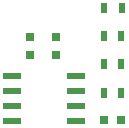
<source format=gbp>
G04 #@! TF.FileFunction,Paste,Bot*
%FSLAX46Y46*%
G04 Gerber Fmt 4.6, Leading zero omitted, Abs format (unit mm)*
G04 Created by KiCad (PCBNEW 4.0.4-1.fc24-product) date Wed Jun 13 23:40:41 2018*
%MOMM*%
%LPD*%
G01*
G04 APERTURE LIST*
%ADD10C,0.100000*%
%ADD11R,0.800000X0.750000*%
%ADD12R,0.500000X0.900000*%
%ADD13R,1.550000X0.600000*%
%ADD14R,0.750000X0.800000*%
G04 APERTURE END LIST*
D10*
D11*
X142150000Y-90100000D03*
X140650000Y-90100000D03*
D12*
X140664739Y-80635261D03*
X142164739Y-80635261D03*
X142150000Y-87850000D03*
X140650000Y-87850000D03*
X142150000Y-85400000D03*
X140650000Y-85400000D03*
D13*
X132900000Y-90255000D03*
X132900000Y-88985000D03*
X132900000Y-87715000D03*
X132900000Y-86445000D03*
X138300000Y-86445000D03*
X138300000Y-87715000D03*
X138300000Y-88985000D03*
X138300000Y-90255000D03*
D12*
X140650000Y-83000000D03*
X142150000Y-83000000D03*
D14*
X136600000Y-84600000D03*
X136600000Y-83100000D03*
X134400000Y-84600000D03*
X134400000Y-83100000D03*
M02*

</source>
